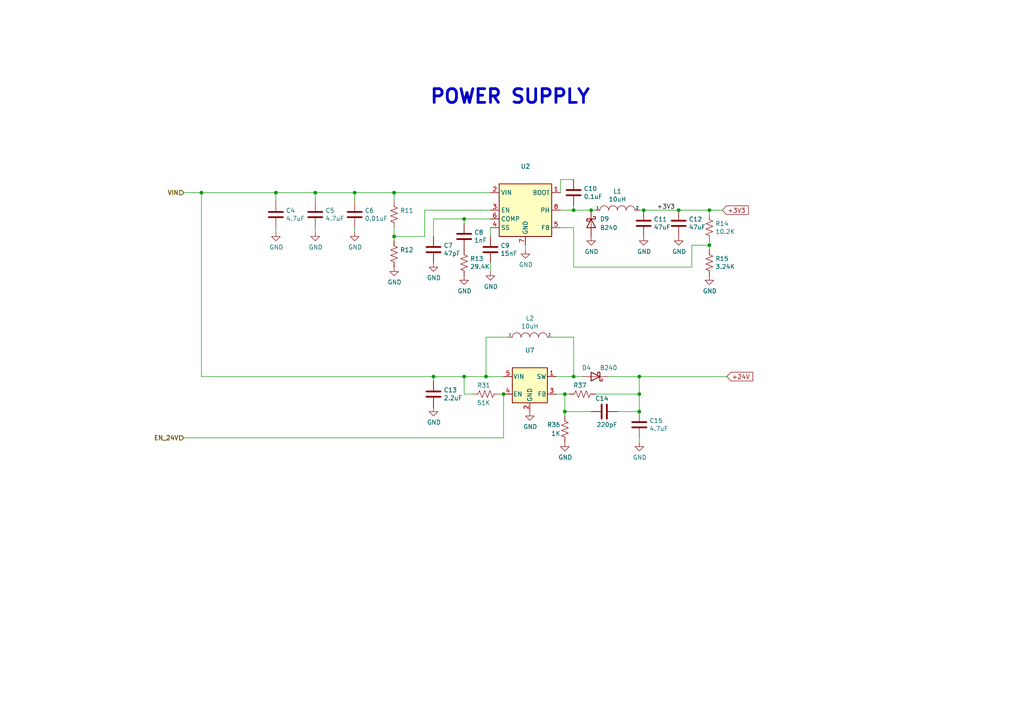
<source format=kicad_sch>
(kicad_sch (version 20211123) (generator eeschema)
  (paper "A4")
  (lib_symbols
    (symbol "Device:C" (pin_numbers hide) (pin_names (offset 0.254))
      (property "Reference" "C" (at 0.635 2.54 0))
      (property "Value" "C" (at 0.635 -2.54 0))
      (symbol "C_0_1"
        (polyline (pts (xy -2.032 -0.762) (xy 2.032 -0.762)) (stroke (width 0.508)))
        (polyline (pts (xy -2.032 0.762) (xy 2.032 0.762)) (stroke (width 0.508)))
      )
      (symbol "C_1_1"
        (pin passive line (at 0 3.81 270) (length 2.794) (name "~") (number "1"))
        (pin passive line (at 0 -3.81 90) (length 2.794) (name "~") (number "2"))
      )
    )
    (symbol "Device:R_US" (pin_numbers hide) (pin_names (offset 0))
      (property "Reference" "R" (at 2.54 0 90))
      (property "Value" "R_US" (at -2.54 0 90))
      (symbol "R_US_0_1"
        (polyline (pts (xy 0 -2.286) (xy 0 -2.54)))
        (polyline (pts (xy 0 2.286) (xy 0 2.54)))
        (polyline (pts (xy 0 -0.762) (xy 1.016 -1.143) (xy 0 -1.524) (xy -1.016 -1.905) (xy 0 -2.286)))
        (polyline (pts (xy 0 0.762) (xy 1.016 0.381) (xy 0 0) (xy -1.016 -0.381) (xy 0 -0.762)))
        (polyline (pts (xy 0 2.286) (xy 1.016 1.905) (xy 0 1.524) (xy -1.016 1.143) (xy 0 0.762)))
      )
      (symbol "R_US_1_1"
        (pin passive line (at 0 3.81 270) (length 1.27) (name "~") (number "1"))
        (pin passive line (at 0 -3.81 90) (length 1.27) (name "~") (number "2"))
      )
    )
    (symbol "Diode:B240" (pin_numbers hide) (pin_names (offset 1.016) hide)
      (property "Reference" "D" (at 0 2.54 0))
      (property "Value" "B240" (at 0 -2.54 0))
      (symbol "B240_0_1"
        (polyline (pts (xy 1.27 0) (xy -1.27 0)))
        (polyline (pts (xy 1.27 1.27) (xy 1.27 -1.27) (xy -1.27 0) (xy 1.27 1.27)) (stroke (width 0.254)))
        (polyline (pts (xy -1.905 0.635) (xy -1.905 1.27) (xy -1.27 1.27) (xy -1.27 -1.27) (xy -0.635 -1.27) (xy -0.635 -0.635)) (stroke (width 0.254)))
      )
      (symbol "B240_1_1"
        (pin passive line (at -3.81 0 0) (length 2.54) (name "K") (number "1"))
        (pin passive line (at 3.81 0 180) (length 2.54) (name "A") (number "2"))
      )
    )
    (symbol "Regulator_Switching:LM2733XMF" (pin_names (offset 0.254))
      (property "Reference" "U" (at -5.08 6.35 0))
      (property "Value" "LM2733XMF" (at 0 6.35 0))
      (symbol "LM2733XMF_0_1"
        (rectangle (start -5.08 5.08) (end 5.08 -5.08) (stroke (width 0.254)) (fill (type background)))
      )
      (symbol "LM2733XMF_1_1"
        (pin output line (at 7.62 2.54 180) (length 2.54) (name "SW") (number "1"))
        (pin power_in line (at 0 -7.62 90) (length 2.54) (name "GND") (number "2"))
        (pin input line (at 7.62 -2.54 180) (length 2.54) (name "FB") (number "3"))
        (pin input line (at -7.62 -2.54 0) (length 2.54) (name "EN") (number "4"))
        (pin input line (at -7.62 2.54 0) (length 2.54) (name "VIN") (number "5"))
      )
    )
    (symbol "Regulator_Switching:TPS54233"
      (property "Reference" "U" (at 0 11.43 0))
      (property "Value" "TPS54233" (at 0 8.89 0))
      (symbol "TPS54233_1_1"
        (rectangle (start -7.62 7.62) (end 7.62 -7.62) (stroke (width 0.254)) (fill (type background)))
        (pin input line (at 10.16 5.08 180) (length 2.54) (name "BOOT") (number "1"))
        (pin power_in line (at -10.16 5.08 0) (length 2.54) (name "VIN") (number "2"))
        (pin input line (at -10.16 0 0) (length 2.54) (name "EN") (number "3"))
        (pin input line (at -10.16 -5.08 0) (length 2.54) (name "SS") (number "4"))
        (pin input line (at 10.16 -5.08 180) (length 2.54) (name "FB") (number "5"))
        (pin passive line (at -10.16 -2.54 0) (length 2.54) (name "COMP") (number "6"))
        (pin power_in line (at 0 -10.16 90) (length 2.54) (name "GND") (number "7"))
        (pin output line (at 10.16 0 180) (length 2.54) (name "PH") (number "8"))
      )
    )
    (symbol "power:GND" (power) (pin_names (offset 0))
      (property "Value" "GND" (at 0 -3.81 0))
      (symbol "GND_0_1"
        (polyline (pts (xy 0 0) (xy 0 -1.27) (xy 1.27 -1.27) (xy 0 -2.54) (xy -1.27 -1.27) (xy 0 -1.27)))
      )
      (symbol "GND_1_1"
        (pin power_in line (at 0 0 270) (length 0) hide (name "GND") (number "1"))
      )
    )
    (symbol "pspice:INDUCTOR" (pin_numbers hide) (pin_names (offset 0))
      (property "Reference" "L" (at 0 2.54 0))
      (property "Value" "INDUCTOR" (at 0 -1.27 0))
      (symbol "INDUCTOR_0_1"
        (arc (start -2.54 0) (mid -3.81 1.27) (end -5.08 0))
        (arc (start 0 0) (mid -1.27 1.27) (end -2.54 0))
        (arc (start 2.54 0) (mid 1.27 1.27) (end 0 0))
        (arc (start 5.08 0) (mid 3.81 1.27) (end 2.54 0))
      )
      (symbol "INDUCTOR_1_1"
        (pin input line (at -6.35 0 0) (length 1.27) (name "1") (number "1"))
        (pin input line (at 6.35 0 180) (length 1.27) (name "2") (number "2"))
      )
    )
  )
  (junction (at 125.73 109.22))
  (junction (at 146.05 114.3))
  (junction (at 163.83 119.38))
  (junction (at 58.42 55.88))
  (junction (at 91.44 55.88))
  (junction (at 163.83 114.3))
  (junction (at 205.74 71.12))
  (junction (at 140.97 109.22))
  (junction (at 205.74 60.96))
  (junction (at 134.62 109.22))
  (junction (at 102.87 55.88))
  (junction (at 185.42 109.22))
  (junction (at 166.37 60.96))
  (junction (at 186.69 60.96))
  (junction (at 185.42 119.38))
  (junction (at 114.3 55.88))
  (junction (at 196.85 60.96))
  (junction (at 166.37 109.22))
  (junction (at 185.42 114.3))
  (junction (at 134.62 63.5))
  (junction (at 80.01 55.88))
  (junction (at 171.45 60.96))
  (junction (at 114.3 68.58))
  (wire (pts (xy 134.62 109.22) (xy 134.62 114.3)))
  (wire (pts (xy 176.53 109.22) (xy 185.42 109.22)))
  (wire (pts (xy 200.66 71.12) (xy 200.66 77.47)))
  (wire (pts (xy 114.3 68.58) (xy 114.3 69.85)))
  (wire (pts (xy 80.01 58.42) (xy 80.01 55.88)))
  (wire (pts (xy 102.87 55.88) (xy 114.3 55.88)))
  (wire (pts (xy 162.56 52.07) (xy 166.37 52.07)))
  (wire (pts (xy 179.07 119.38) (xy 185.42 119.38)))
  (wire (pts (xy 185.42 128.27) (xy 185.42 127)))
  (wire (pts (xy 172.72 114.3) (xy 185.42 114.3)))
  (wire (pts (xy 144.78 114.3) (xy 146.05 114.3)))
  (wire (pts (xy 186.69 60.96) (xy 196.85 60.96)))
  (wire (pts (xy 53.34 127) (xy 146.05 127)))
  (wire (pts (xy 125.73 63.5) (xy 134.62 63.5)))
  (wire (pts (xy 163.83 119.38) (xy 171.45 119.38)))
  (wire (pts (xy 140.97 97.79) (xy 140.97 109.22)))
  (wire (pts (xy 123.19 60.96) (xy 142.24 60.96)))
  (wire (pts (xy 134.62 63.5) (xy 142.24 63.5)))
  (wire (pts (xy 171.45 60.96) (xy 172.72 60.96)))
  (wire (pts (xy 123.19 68.58) (xy 123.19 60.96)))
  (wire (pts (xy 146.05 109.22) (xy 140.97 109.22)))
  (wire (pts (xy 200.66 77.47) (xy 166.37 77.47)))
  (wire (pts (xy 166.37 59.69) (xy 166.37 60.96)))
  (wire (pts (xy 205.74 71.12) (xy 205.74 72.39)))
  (wire (pts (xy 165.1 114.3) (xy 163.83 114.3)))
  (wire (pts (xy 134.62 109.22) (xy 125.73 109.22)))
  (wire (pts (xy 205.74 60.96) (xy 205.74 62.23)))
  (wire (pts (xy 80.01 55.88) (xy 91.44 55.88)))
  (wire (pts (xy 166.37 60.96) (xy 171.45 60.96)))
  (wire (pts (xy 91.44 66.04) (xy 91.44 67.31)))
  (wire (pts (xy 162.56 60.96) (xy 166.37 60.96)))
  (wire (pts (xy 166.37 66.04) (xy 162.56 66.04)))
  (wire (pts (xy 205.74 60.96) (xy 209.55 60.96)))
  (wire (pts (xy 58.42 109.22) (xy 125.73 109.22)))
  (wire (pts (xy 163.83 114.3) (xy 163.83 119.38)))
  (wire (pts (xy 125.73 109.22) (xy 125.73 110.49)))
  (wire (pts (xy 53.34 55.88) (xy 58.42 55.88)))
  (wire (pts (xy 185.42 109.22) (xy 210.82 109.22)))
  (wire (pts (xy 102.87 67.31) (xy 102.87 66.04)))
  (wire (pts (xy 91.44 58.42) (xy 91.44 55.88)))
  (wire (pts (xy 185.42 119.38) (xy 185.42 114.3)))
  (wire (pts (xy 205.74 69.85) (xy 205.74 71.12)))
  (wire (pts (xy 163.83 119.38) (xy 163.83 120.65)))
  (wire (pts (xy 162.56 55.88) (xy 162.56 52.07)))
  (wire (pts (xy 166.37 97.79) (xy 166.37 109.22)))
  (wire (pts (xy 125.73 63.5) (xy 125.73 68.58)))
  (wire (pts (xy 114.3 55.88) (xy 142.24 55.88)))
  (wire (pts (xy 185.42 60.96) (xy 186.69 60.96)))
  (wire (pts (xy 114.3 55.88) (xy 114.3 58.42)))
  (wire (pts (xy 196.85 60.96) (xy 205.74 60.96)))
  (wire (pts (xy 114.3 66.04) (xy 114.3 68.58)))
  (wire (pts (xy 140.97 109.22) (xy 134.62 109.22)))
  (wire (pts (xy 185.42 109.22) (xy 185.42 114.3)))
  (wire (pts (xy 58.42 109.22) (xy 58.42 55.88)))
  (wire (pts (xy 114.3 68.58) (xy 123.19 68.58)))
  (wire (pts (xy 142.24 78.74) (xy 142.24 76.2)))
  (wire (pts (xy 134.62 64.77) (xy 134.62 63.5)))
  (wire (pts (xy 163.83 114.3) (xy 161.29 114.3)))
  (wire (pts (xy 160.02 97.79) (xy 166.37 97.79)))
  (wire (pts (xy 80.01 67.31) (xy 80.01 66.04)))
  (wire (pts (xy 205.74 71.12) (xy 200.66 71.12)))
  (wire (pts (xy 58.42 55.88) (xy 80.01 55.88)))
  (wire (pts (xy 91.44 55.88) (xy 102.87 55.88)))
  (wire (pts (xy 166.37 109.22) (xy 168.91 109.22)))
  (wire (pts (xy 166.37 77.47) (xy 166.37 66.04)))
  (wire (pts (xy 142.24 68.58) (xy 142.24 66.04)))
  (wire (pts (xy 147.32 97.79) (xy 140.97 97.79)))
  (wire (pts (xy 146.05 114.3) (xy 146.05 127)))
  (wire (pts (xy 166.37 109.22) (xy 161.29 109.22)))
  (wire (pts (xy 102.87 55.88) (xy 102.87 58.42)))
  (wire (pts (xy 152.4 72.39) (xy 152.4 71.12)))
  (wire (pts (xy 134.62 114.3) (xy 137.16 114.3)))
  (text "POWER SUPPLY" (at 124.46 30.48 0) (effects (font (size 3.9878 3.9878) (thickness 0.7976) bold) (justify left bottom)))
  (label "+3V3" (at 190.5 60.96 0))
  (global_label "+3V3" (shape input) (at 209.55 60.96 0) (property "Intersheet References" "${INTERSHEET_REFS}" (effects hide)))
  (global_label "+24V" (shape input) (at 210.82 109.22 0) (property "Intersheet References" "${INTERSHEET_REFS}" (effects hide)))
  (hierarchical_label "EN_24V" (shape input) (at 53.34 127 180) (effects (font bold)))
  (hierarchical_label "VIN" (shape input) (at 53.34 55.88 180) (effects (font bold)))
  (symbol (lib_id "Device:C") (at 91.44 62.23 0) (unit 1)
    (property "Reference" "C5" (at 94.361 61.0616 0) (effects (justify left)))
    (property "Value" "4.7uF" (at 94.361 63.373 0) (effects (justify left)))
    (property "Footprint" "Capacitor_SMD:C_0805_2012Metric" (effects hide))
  )
  (symbol (lib_id "Device:C") (at 102.87 62.23 0) (unit 1)
    (property "Reference" "C6" (at 105.791 61.0616 0) (effects (justify left)))
    (property "Value" "0.01uF" (at 105.791 63.373 0) (effects (justify left)))
    (property "Footprint" "Capacitor_SMD:C_0805_2012Metric" (effects hide))
  )
  (symbol (lib_id "Device:C") (at 80.01 62.23 0) (unit 1)
    (property "Reference" "C4" (at 82.931 61.0616 0) (effects (justify left)))
    (property "Value" "4.7uF" (at 82.931 63.373 0) (effects (justify left)))
    (property "Footprint" "Capacitor_SMD:C_0805_2012Metric" (effects hide))
  )
  (symbol (lib_id "power:GND") (at 80.01 67.31 0) (unit 1)
    (property "Reference" "#PWR010" (effects hide))
    (property "Value" "GND" (at 80.137 71.7042 0))
  )
  (symbol (lib_id "power:GND") (at 91.44 67.31 0) (unit 1)
    (property "Reference" "#PWR011" (effects hide))
    (property "Value" "GND" (at 91.567 71.7042 0))
  )
  (symbol (lib_id "power:GND") (at 102.87 67.31 0) (unit 1)
    (property "Reference" "#PWR012" (effects hide))
    (property "Value" "GND" (at 102.997 71.7042 0))
  )
  (symbol (lib_id "Device:C") (at 142.24 72.39 0) (unit 1)
    (property "Reference" "C9" (at 145.161 71.2216 0) (effects (justify left)))
    (property "Value" "15nF" (at 145.161 73.533 0) (effects (justify left)))
    (property "Footprint" "Capacitor_SMD:C_0805_2012Metric" (effects hide))
  )
  (symbol (lib_id "power:GND") (at 142.24 78.74 0) (unit 1)
    (property "Reference" "#PWR016" (effects hide))
    (property "Value" "GND" (at 142.367 83.1342 0))
  )
  (symbol (lib_id "Device:R_US") (at 114.3 62.23 0) (unit 1)
    (property "Reference" "R11" (at 116.0272 61.0616 0) (effects (justify left)))
    (property "Footprint" "Resistor_SMD:R_0805_2012Metric" (effects hide))
  )
  (symbol (lib_id "Device:R_US") (at 114.3 73.66 0) (unit 1)
    (property "Reference" "R12" (at 116.0272 72.4916 0) (effects (justify left)))
  )
  (symbol (lib_id "power:GND") (at 114.3 77.47 0) (unit 1)
    (property "Reference" "#PWR013" (effects hide))
    (property "Value" "GND" (at 114.427 81.8642 0))
  )
  (symbol (lib_id "power:GND") (at 152.4 72.39 0) (unit 1)
    (property "Reference" "#PWR017" (effects hide))
    (property "Value" "GND" (at 152.527 76.7842 0))
  )
  (symbol (lib_id "Device:C") (at 186.69 64.77 0) (unit 1)
    (property "Reference" "C11" (at 189.611 63.6016 0) (effects (justify left)))
    (property "Value" "47uF" (at 189.611 65.913 0) (effects (justify left)))
    (property "Footprint" "Capacitor_SMD:C_0805_2012Metric" (effects hide))
  )
  (symbol (lib_id "Device:C") (at 134.62 68.58 0) (unit 1)
    (property "Reference" "C8" (at 137.541 67.4116 0) (effects (justify left)))
    (property "Value" "1nF" (at 137.541 69.723 0) (effects (justify left)))
    (property "Footprint" "Capacitor_SMD:C_0805_2012Metric" (effects hide))
  )
  (symbol (lib_id "Device:C") (at 125.73 72.39 0) (unit 1)
    (property "Reference" "C7" (at 128.651 71.2216 0) (effects (justify left)))
    (property "Value" "47pF" (at 128.651 73.533 0) (effects (justify left)))
    (property "Footprint" "Capacitor_SMD:C_0805_2012Metric" (effects hide))
  )
  (symbol (lib_id "Device:C") (at 196.85 64.77 0) (unit 1)
    (property "Reference" "C12" (at 199.771 63.6016 0) (effects (justify left)))
    (property "Value" "47uF" (at 199.771 65.913 0) (effects (justify left)))
    (property "Footprint" "Capacitor_SMD:C_0805_2012Metric" (effects hide))
  )
  (symbol (lib_id "Device:R_US") (at 205.74 76.2 0) (unit 1)
    (property "Reference" "R15" (at 207.4672 75.0316 0) (effects (justify left)))
    (property "Value" "3.24K" (at 207.4672 77.343 0) (effects (justify left)))
    (property "Footprint" "Resistor_SMD:R_0805_2012Metric" (effects hide))
  )
  (symbol (lib_id "Device:R_US") (at 205.74 66.04 0) (unit 1)
    (property "Reference" "R14" (at 207.4672 64.8716 0) (effects (justify left)))
    (property "Value" "10.2K" (at 207.4672 67.183 0) (effects (justify left)))
    (property "Footprint" "Resistor_SMD:R_0805_2012Metric" (effects hide))
  )
  (symbol (lib_id "Device:R_US") (at 134.62 76.2 0) (unit 1)
    (property "Reference" "R13" (at 136.3472 75.0316 0) (effects (justify left)))
    (property "Value" "29.4K" (at 136.3472 77.343 0) (effects (justify left)))
    (property "Footprint" "Resistor_SMD:R_0805_2012Metric" (effects hide))
  )
  (symbol (lib_id "Device:C") (at 166.37 55.88 0) (unit 1)
    (property "Reference" "C10" (at 169.291 54.7116 0) (effects (justify left)))
    (property "Value" "0.1uF" (at 169.291 57.023 0) (effects (justify left)))
    (property "Footprint" "Capacitor_SMD:C_0805_2012Metric" (effects hide))
  )
  (symbol (lib_id "power:GND") (at 171.45 68.58 0) (unit 1)
    (property "Reference" "#PWR018" (effects hide))
    (property "Value" "GND" (at 171.577 72.9742 0))
  )
  (symbol (lib_id "power:GND") (at 186.69 68.58 0) (unit 1)
    (property "Reference" "#PWR019" (effects hide))
    (property "Value" "GND" (at 186.817 72.9742 0))
  )
  (symbol (lib_id "power:GND") (at 196.85 68.58 0) (unit 1)
    (property "Reference" "#PWR020" (effects hide))
    (property "Value" "GND" (at 196.977 72.9742 0))
  )
  (symbol (lib_id "power:GND") (at 134.62 80.01 0) (unit 1)
    (property "Reference" "#PWR015" (effects hide))
    (property "Value" "GND" (at 134.747 84.4042 0))
  )
  (symbol (lib_id "power:GND") (at 125.73 76.2 0) (unit 1)
    (property "Reference" "#PWR014" (effects hide))
    (property "Value" "GND" (at 125.857 80.5942 0))
  )
  (symbol (lib_id "power:GND") (at 205.74 80.01 0) (unit 1)
    (property "Reference" "#PWR021" (effects hide))
    (property "Value" "GND" (at 205.867 84.4042 0))
  )
  (symbol (lib_id "power:GND") (at 163.83 128.27 0) (unit 1)
    (property "Reference" "#PWR051" (effects hide))
    (property "Value" "GND" (at 163.957 132.6642 0))
  )
  (symbol (lib_id "Device:R_US") (at 163.83 124.46 180) (unit 1)
    (property "Reference" "R36" (at 162.56 123.19 0) (effects (justify left)))
    (property "Value" "1K" (at 162.56 125.73 0) (effects (justify left)))
    (property "Footprint" "Resistor_SMD:R_0805_2012Metric" (effects hide))
  )
  (symbol (lib_id "Device:C") (at 175.26 119.38 90) (unit 1)
    (property "Reference" "C14" (at 176.53 115.57 90) (effects (justify left)))
    (property "Value" "220pF" (at 179.07 123.19 90) (effects (justify left)))
    (property "Footprint" "Capacitor_SMD:C_0805_2012Metric" (effects hide))
  )
  (symbol (lib_id "power:GND") (at 125.73 118.11 0) (unit 1)
    (property "Reference" "#PWR046" (effects hide))
    (property "Value" "GND" (at 125.857 122.5042 0))
  )
  (symbol (lib_id "pspice:INDUCTOR") (at 153.67 97.79 0) (unit 1)
    (property "Reference" "L2" (at 153.67 92.329 0))
    (property "Value" "10uH" (at 153.67 94.6404 0))
    (property "Footprint" "Inductor_SMD:L_Taiyo-Yuden_NR-50xx" (effects hide))
  )
  (symbol (lib_id "Device:C") (at 185.42 123.19 0) (unit 1)
    (property "Reference" "C15" (at 188.341 122.0216 0) (effects (justify left)))
    (property "Value" "4.7uF" (at 188.341 124.333 0) (effects (justify left)))
    (property "Footprint" "Capacitor_SMD:C_0805_2012Metric" (effects hide))
  )
  (symbol (lib_id "Regulator_Switching:TPS54233") (at 152.4 60.96 0) (unit 1)
    (property "Reference" "U2" (at 152.4 48.26 0))
    (property "Footprint" "Package_SO:SOIC-8_3.9x4.9mm_P1.27mm" (effects hide))
    (property "Datasheet" "http://www.ti.com/lit/ds/symlink/tps54233.pdf" (effects hide))
  )
  (symbol (lib_id "pspice:INDUCTOR") (at 179.07 60.96 0) (unit 1)
    (property "Reference" "L1" (at 179.07 55.499 0))
    (property "Value" "10uH" (at 179.07 57.8104 0))
    (property "Footprint" "Inductor_SMD:L_Taiyo-Yuden_NR-50xx" (effects hide))
  )
  (symbol (lib_id "Diode:B240") (at 172.72 109.22 180) (unit 1)
    (property "Reference" "D4" (at 171.45 106.68 0) (effects (justify left)))
    (property "Value" "B240" (at 179.07 106.68 0) (effects (justify left)))
    (property "Footprint" "Diode_SMD:D_SMB" (effects hide))
    (property "Datasheet" "http://www.jameco.com/Jameco/Products/ProdDS/1538777.pdf" (effects hide))
  )
  (symbol (lib_id "power:GND") (at 153.67 119.38 0) (unit 1)
    (property "Reference" "#PWR048" (effects hide))
    (property "Value" "GND" (at 153.797 123.7742 0))
  )
  (symbol (lib_id "Regulator_Switching:LM2733XMF") (at 153.67 111.76 0) (unit 1)
    (property "Reference" "U7" (at 153.67 101.6 0))
    (property "Footprint" "Package_TO_SOT_SMD:SOT-23-5" (effects hide))
    (property "Datasheet" "http://www.ti.com/lit/ds/symlink/lm2733.pdf" (effects hide))
  )
  (symbol (lib_id "power:GND") (at 185.42 128.27 0) (unit 1)
    (property "Reference" "#PWR052" (effects hide))
    (property "Value" "GND" (at 185.547 132.6642 0))
  )
  (symbol (lib_id "Device:C") (at 125.73 114.3 0) (unit 1)
    (property "Reference" "C13" (at 128.651 113.1316 0) (effects (justify left)))
    (property "Value" "2.2uF" (at 128.651 115.443 0) (effects (justify left)))
    (property "Footprint" "Capacitor_SMD:C_0805_2012Metric" (effects hide))
  )
  (symbol (lib_id "Diode:B240") (at 171.45 64.77 270) (unit 1)
    (property "Reference" "D9" (at 173.99 63.5 90) (effects (justify left)))
    (property "Value" "B240" (at 173.99 66.04 90) (effects (justify left)))
    (property "Footprint" "Diode_SMD:D_SMB" (effects hide))
    (property "Datasheet" "http://www.jameco.com/Jameco/Products/ProdDS/1538777.pdf" (effects hide))
  )
  (symbol (lib_id "Device:R_US") (at 168.91 114.3 90) (unit 1)
    (property "Reference" "R37" (at 170.18 111.76 90) (effects (justify left)))
  )
  (symbol (lib_id "Device:R_US") (at 140.97 114.3 90) (unit 1)
    (property "Reference" "R31" (at 142.24 111.76 90) (effects (justify left)))
    (property "Value" "51K" (at 142.24 116.84 90) (effects (justify left)))
    (property "Footprint" "Resistor_SMD:R_0805_2012Metric" (effects hide))
  )
)
</source>
